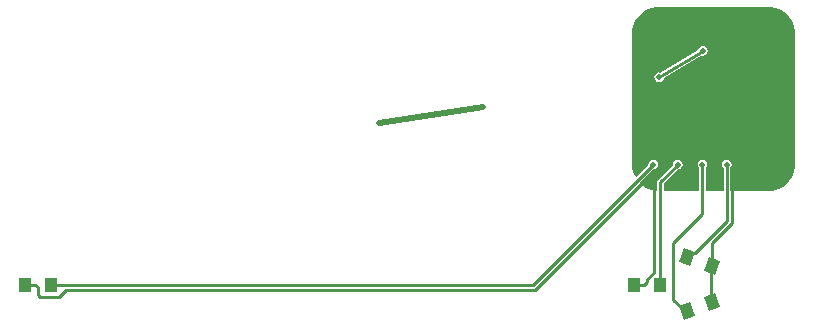
<source format=gbl>
G04*
G04 #@! TF.GenerationSoftware,Altium Limited,Altium Designer,20.2.6 (244)*
G04*
G04 Layer_Physical_Order=2*
G04 Layer_Color=16711680*
%FSLAX43Y43*%
%MOMM*%
G71*
G04*
G04 #@! TF.SameCoordinates,EC15BF54-4284-41A4-B97D-D3D31D67AEB8*
G04*
G04*
G04 #@! TF.FilePolarity,Positive*
G04*
G01*
G75*
%ADD11C,0.254*%
%ADD25C,0.500*%
%ADD26C,0.500*%
%ADD27R,1.000X1.250*%
G04:AMPARAMS|DCode=28|XSize=1mm|YSize=1.25mm|CornerRadius=0mm|HoleSize=0mm|Usage=FLASHONLY|Rotation=340.000|XOffset=0mm|YOffset=0mm|HoleType=Round|Shape=Rectangle|*
%AMROTATEDRECTD28*
4,1,4,-0.684,-0.416,-0.256,0.758,0.684,0.416,0.256,-0.758,-0.684,-0.416,0.0*
%
%ADD28ROTATEDRECTD28*%

G04:AMPARAMS|DCode=29|XSize=1mm|YSize=1.25mm|CornerRadius=0mm|HoleSize=0mm|Usage=FLASHONLY|Rotation=20.000|XOffset=0mm|YOffset=0mm|HoleType=Round|Shape=Rectangle|*
%AMROTATEDRECTD29*
4,1,4,-0.256,-0.758,-0.684,0.416,0.256,0.758,0.684,-0.416,-0.256,-0.758,0.0*
%
%ADD29ROTATEDRECTD29*%

G36*
X80420Y50399D02*
X80831Y50229D01*
X81200Y49982D01*
X81514Y49668D01*
X81761Y49299D01*
X81931Y48888D01*
X82018Y48453D01*
Y48231D01*
Y37201D01*
Y36979D01*
X81931Y36543D01*
X81761Y36132D01*
X81514Y35763D01*
X81200Y35449D01*
X80831Y35202D01*
X80420Y35032D01*
X79984Y34945D01*
X76512D01*
Y36875D01*
X76517Y36879D01*
X76606Y37012D01*
X76637Y37169D01*
X76606Y37326D01*
X76517Y37459D01*
X76384Y37548D01*
X76227Y37579D01*
X76070Y37548D01*
X75937Y37459D01*
X75848Y37326D01*
X75817Y37169D01*
X75848Y37012D01*
X75937Y36879D01*
X75942Y36875D01*
Y34945D01*
X74435D01*
Y36875D01*
X74440Y36879D01*
X74529Y37012D01*
X74560Y37169D01*
X74529Y37326D01*
X74440Y37459D01*
X74307Y37548D01*
X74150Y37579D01*
X73993Y37548D01*
X73860Y37459D01*
X73771Y37326D01*
X73740Y37169D01*
X73771Y37012D01*
X73860Y36879D01*
X73865Y36875D01*
Y34945D01*
X70885D01*
Y35578D01*
X72067Y36760D01*
X72073Y36759D01*
X72230Y36790D01*
X72363Y36879D01*
X72452Y37012D01*
X72483Y37169D01*
X72452Y37326D01*
X72363Y37459D01*
X72230Y37548D01*
X72073Y37579D01*
X71916Y37548D01*
X71783Y37459D01*
X71694Y37326D01*
X71663Y37169D01*
X71664Y37163D01*
X70399Y35898D01*
X70337Y35805D01*
X70315Y35696D01*
X70315Y35696D01*
Y35032D01*
X70188Y34954D01*
X69797Y35032D01*
X69387Y35202D01*
X69018Y35449D01*
X68848Y35618D01*
X69990Y36760D01*
X69996Y36759D01*
X70153Y36790D01*
X70286Y36879D01*
X70375Y37012D01*
X70406Y37169D01*
X70375Y37326D01*
X70286Y37459D01*
X70153Y37548D01*
X69996Y37579D01*
X69839Y37548D01*
X69706Y37459D01*
X69617Y37326D01*
X69586Y37169D01*
X69587Y37163D01*
X68574Y36150D01*
X68433Y36189D01*
X68287Y36543D01*
X68200Y36978D01*
Y37200D01*
Y48234D01*
Y48456D01*
X68287Y48891D01*
X68456Y49301D01*
X68703Y49670D01*
X69016Y49983D01*
X69385Y50230D01*
X69795Y50399D01*
X70230Y50486D01*
X79984D01*
X80420Y50399D01*
D02*
G37*
%LPC*%
G36*
X74200Y47204D02*
X74043Y47173D01*
X73910Y47084D01*
X73821Y46951D01*
X73809Y46891D01*
X70589Y44954D01*
X70492Y44973D01*
X70335Y44942D01*
X70202Y44853D01*
X70113Y44720D01*
X70081Y44563D01*
X70113Y44406D01*
X70202Y44273D01*
X70335Y44184D01*
X70492Y44153D01*
X70649Y44184D01*
X70782Y44273D01*
X70871Y44406D01*
X70883Y44466D01*
X74103Y46403D01*
X74200Y46383D01*
X74357Y46414D01*
X74490Y46503D01*
X74579Y46637D01*
X74610Y46794D01*
X74579Y46951D01*
X74490Y47084D01*
X74357Y47173D01*
X74200Y47204D01*
D02*
G37*
%LPD*%
D11*
X69459Y27253D02*
Y27430D01*
X70080Y28051D02*
Y35649D01*
X69459Y27430D02*
X70080Y28051D01*
X69196Y26990D02*
X69459Y27253D01*
X68400Y26990D02*
X69196D01*
X18047Y25933D02*
X19650D01*
X20301Y26584D02*
X59985D01*
X19650Y25933D02*
X20301Y26584D01*
X59985D02*
X69939Y36537D01*
X69996D01*
X17898Y26081D02*
Y26778D01*
Y26081D02*
X18047Y25933D01*
X69982Y35649D02*
X70166Y35833D01*
X17686Y26990D02*
X17898Y26778D01*
X16825Y26990D02*
X17686D01*
X19025D02*
X59817D01*
X69996Y37169D01*
X70166Y35833D02*
Y35837D01*
X70313Y35983D01*
X74893Y25546D02*
X74937Y25501D01*
X74893Y25546D02*
Y28533D01*
X74934Y28574D01*
Y30530D01*
X76633Y32229D01*
Y35256D01*
X71695Y25738D02*
Y30499D01*
X74150Y32954D01*
Y37169D01*
X71695Y25738D02*
X72684Y24749D01*
X72870D01*
X76227Y32398D02*
Y37169D01*
X72866Y29326D02*
X73230Y29690D01*
X73519D01*
X76227Y32398D01*
X70600Y26990D02*
Y35696D01*
X72073Y37169D01*
X70492Y44563D02*
X74200Y46794D01*
D25*
X46781Y40706D02*
X55578Y42025D01*
D26*
X76227Y37169D02*
D03*
X74150D02*
D03*
X72073D02*
D03*
X69996D02*
D03*
X70427Y41523D02*
D03*
X79439Y42325D02*
D03*
X79439Y44325D02*
D03*
X74200Y48300D02*
D03*
X72100Y48247D02*
D03*
X74200Y46794D02*
D03*
X70492Y44563D02*
D03*
X55578Y42025D02*
D03*
X46781Y40706D02*
D03*
D27*
X19025Y26990D02*
D03*
X16825D02*
D03*
X68400Y26990D02*
D03*
X70600D02*
D03*
D28*
X72866Y29326D02*
D03*
X74934Y28574D02*
D03*
D29*
X72870Y24749D02*
D03*
X74937Y25501D02*
D03*
M02*

</source>
